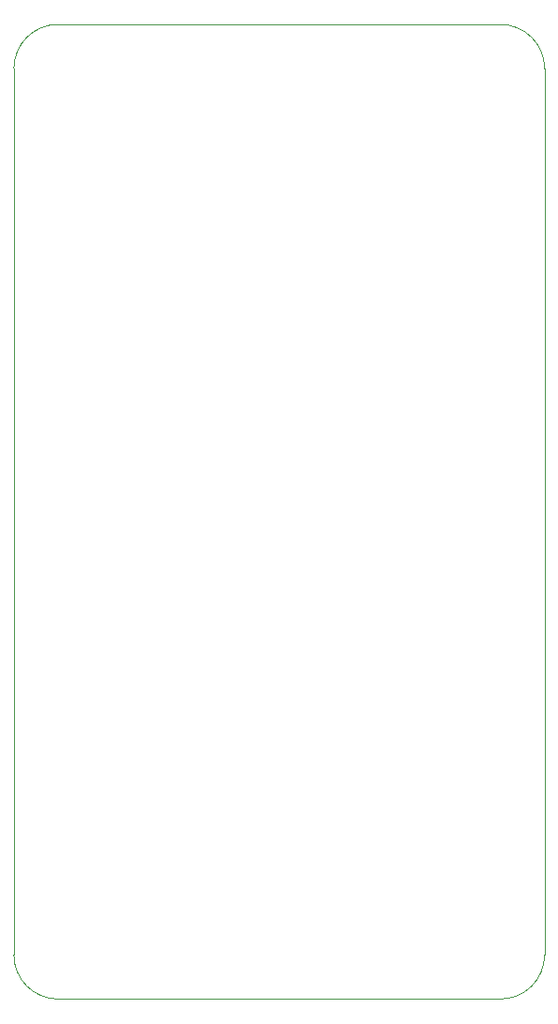
<source format=gbr>
G04 #@! TF.GenerationSoftware,KiCad,Pcbnew,no-vcs-found-7434~57~ubuntu16.04.1*
G04 #@! TF.CreationDate,2017-01-15T22:22:22-08:00*
G04 #@! TF.ProjectId,indLight,696E644C696768742E6B696361645F70,rev?*
G04 #@! TF.FileFunction,Profile,NP*
%FSLAX46Y46*%
G04 Gerber Fmt 4.6, Leading zero omitted, Abs format (unit mm)*
G04 Created by KiCad (PCBNEW no-vcs-found-7434~57~ubuntu16.04.1) date Sun Jan 15 22:22:22 2017*
%MOMM*%
%LPD*%
G01*
G04 APERTURE LIST*
%ADD10C,0.100000*%
G04 APERTURE END LIST*
D10*
X48000000Y-133000000D02*
G75*
G03X52000000Y-137000000I4000000J0D01*
G01*
X52000000Y-49000000D02*
G75*
G03X48000000Y-53000000I0J-4000000D01*
G01*
X52000000Y-49000000D02*
X92000000Y-49000000D01*
X96000000Y-53000000D02*
G75*
G03X92000000Y-49000000I-4000000J0D01*
G01*
X96000000Y-133000000D02*
X96000000Y-131500000D01*
X92000000Y-137000000D02*
G75*
G03X96000000Y-133000000I0J4000000D01*
G01*
X96000000Y-53000000D02*
X96000000Y-131500000D01*
X48000000Y-133000000D02*
X48000000Y-53000000D01*
X92000000Y-137000000D02*
X52000000Y-137000000D01*
M02*

</source>
